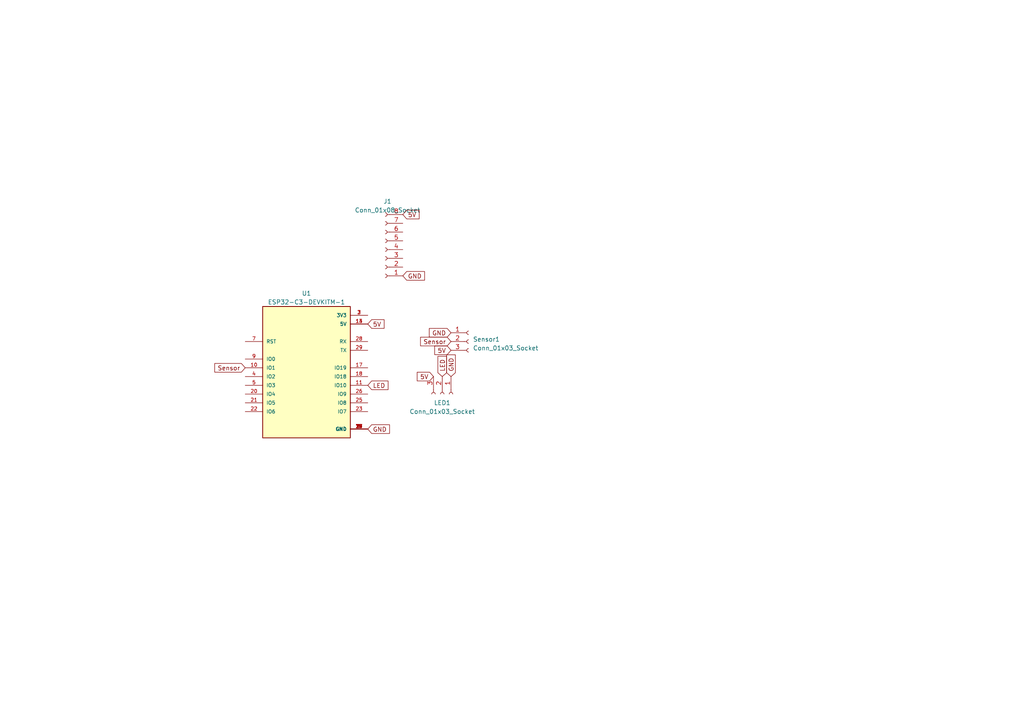
<source format=kicad_sch>
(kicad_sch (version 20230121) (generator eeschema)
  (paper "A4")
  (lib_symbols
    (symbol "Connector:Conn_01x03_Socket" (pin_names (offset 1.016) hide)
      (property "Reference" "J" (at 0 5.08 0))
      (property "Value" "Conn_01x03_Socket" (at 0 -5.08 0))
      (symbol "Conn_01x03_Socket_1_1"
        (arc (start 0 -2.032) (mid -0.5058 -2.54) (end 0 -3.048) (stroke (width 0.1524)))
        (polyline (pts (xy -1.27 -2.54) (xy -0.508 -2.54)) (stroke (width 0.1524)))
        (polyline (pts (xy -1.27 0) (xy -0.508 0)) (stroke (width 0.1524)))
        (polyline (pts (xy -1.27 2.54) (xy -0.508 2.54)) (stroke (width 0.1524)))
        (arc (start 0 0.508) (mid -0.5058 0) (end 0 -0.508) (stroke (width 0.1524)))
        (arc (start 0 3.048) (mid -0.5058 2.54) (end 0 2.032) (stroke (width 0.1524)))
        (pin passive line (at -5.08 2.54 0) (length 3.81) (name "Pin_1") (number "1"))
        (pin passive line (at -5.08 0 0) (length 3.81) (name "Pin_2") (number "2"))
        (pin passive line (at -5.08 -2.54 0) (length 3.81) (name "Pin_3") (number "3"))
      )
    )
    (symbol "Connector:Conn_01x08_Socket" (pin_names (offset 1.016) hide)
      (property "Reference" "J" (at 0 10.16 0))
      (property "Value" "Conn_01x08_Socket" (at 0 -12.7 0))
      (symbol "Conn_01x08_Socket_1_1"
        (arc (start 0 -9.652) (mid -0.5058 -10.16) (end 0 -10.668) (stroke (width 0.1524)))
        (arc (start 0 -7.112) (mid -0.5058 -7.62) (end 0 -8.128) (stroke (width 0.1524)))
        (arc (start 0 -4.572) (mid -0.5058 -5.08) (end 0 -5.588) (stroke (width 0.1524)))
        (arc (start 0 -2.032) (mid -0.5058 -2.54) (end 0 -3.048) (stroke (width 0.1524)))
        (polyline (pts (xy -1.27 -10.16) (xy -0.508 -10.16)) (stroke (width 0.1524)))
        (polyline (pts (xy -1.27 -7.62) (xy -0.508 -7.62)) (stroke (width 0.1524)))
        (polyline (pts (xy -1.27 -5.08) (xy -0.508 -5.08)) (stroke (width 0.1524)))
        (polyline (pts (xy -1.27 -2.54) (xy -0.508 -2.54)) (stroke (width 0.1524)))
        (polyline (pts (xy -1.27 0) (xy -0.508 0)) (stroke (width 0.1524)))
        (polyline (pts (xy -1.27 2.54) (xy -0.508 2.54)) (stroke (width 0.1524)))
        (polyline (pts (xy -1.27 5.08) (xy -0.508 5.08)) (stroke (width 0.1524)))
        (polyline (pts (xy -1.27 7.62) (xy -0.508 7.62)) (stroke (width 0.1524)))
        (arc (start 0 0.508) (mid -0.5058 0) (end 0 -0.508) (stroke (width 0.1524)))
        (arc (start 0 3.048) (mid -0.5058 2.54) (end 0 2.032) (stroke (width 0.1524)))
        (arc (start 0 5.588) (mid -0.5058 5.08) (end 0 4.572) (stroke (width 0.1524)))
        (arc (start 0 8.128) (mid -0.5058 7.62) (end 0 7.112) (stroke (width 0.1524)))
        (pin passive line (at -5.08 7.62 0) (length 3.81) (name "Pin_1") (number "1"))
        (pin passive line (at -5.08 5.08 0) (length 3.81) (name "Pin_2") (number "2"))
        (pin passive line (at -5.08 2.54 0) (length 3.81) (name "Pin_3") (number "3"))
        (pin passive line (at -5.08 0 0) (length 3.81) (name "Pin_4") (number "4"))
        (pin passive line (at -5.08 -2.54 0) (length 3.81) (name "Pin_5") (number "5"))
        (pin passive line (at -5.08 -5.08 0) (length 3.81) (name "Pin_6") (number "6"))
        (pin passive line (at -5.08 -7.62 0) (length 3.81) (name "Pin_7") (number "7"))
        (pin passive line (at -5.08 -10.16 0) (length 3.81) (name "Pin_8") (number "8"))
      )
    )
    (symbol "ESP32-C3-DEVKITM-1:ESP32-C3-DEVKITM-1" (pin_names (offset 1.016))
      (property "Reference" "U" (at -12.7 18.669 0))
      (property "Value" "ESP32-C3-DEVKITM-1" (at -12.7 -22.86 0))
      (symbol "ESP32-C3-DEVKITM-1_0_0"
        (rectangle (start -12.7 -20.32) (end 12.7 17.78) (stroke (width 0.254)) (fill (type background)))
        (pin power_in line (at 17.78 -17.78 180) (length 5.08) (name "GND") (number "1"))
        (pin bidirectional line (at -17.78 0 0) (length 5.08) (name "IO1") (number "10"))
        (pin bidirectional line (at 17.78 -5.08 180) (length 5.08) (name "IO10") (number "11"))
        (pin power_in line (at 17.78 -17.78 180) (length 5.08) (name "GND") (number "12"))
        (pin power_in line (at 17.78 12.7 180) (length 5.08) (name "5V") (number "13"))
        (pin power_in line (at 17.78 12.7 180) (length 5.08) (name "5V") (number "14"))
        (pin power_in line (at 17.78 -17.78 180) (length 5.08) (name "GND") (number "15"))
        (pin power_in line (at 17.78 -17.78 180) (length 5.08) (name "GND") (number "16"))
        (pin bidirectional line (at 17.78 0 180) (length 5.08) (name "IO19") (number "17"))
        (pin bidirectional line (at 17.78 -2.54 180) (length 5.08) (name "IO18") (number "18"))
        (pin power_in line (at 17.78 -17.78 180) (length 5.08) (name "GND") (number "19"))
        (pin power_in line (at 17.78 15.24 180) (length 5.08) (name "3V3") (number "2"))
        (pin bidirectional line (at -17.78 -7.62 0) (length 5.08) (name "IO4") (number "20"))
        (pin bidirectional line (at -17.78 -10.16 0) (length 5.08) (name "IO5") (number "21"))
        (pin bidirectional line (at -17.78 -12.7 0) (length 5.08) (name "IO6") (number "22"))
        (pin bidirectional line (at 17.78 -12.7 180) (length 5.08) (name "IO7") (number "23"))
        (pin power_in line (at 17.78 -17.78 180) (length 5.08) (name "GND") (number "24"))
        (pin bidirectional line (at 17.78 -10.16 180) (length 5.08) (name "IO8") (number "25"))
        (pin bidirectional line (at 17.78 -7.62 180) (length 5.08) (name "IO9") (number "26"))
        (pin power_in line (at 17.78 -17.78 180) (length 5.08) (name "GND") (number "27"))
        (pin bidirectional line (at 17.78 7.62 180) (length 5.08) (name "RX") (number "28"))
        (pin bidirectional line (at 17.78 5.08 180) (length 5.08) (name "TX") (number "29"))
        (pin power_in line (at 17.78 15.24 180) (length 5.08) (name "3V3") (number "3"))
        (pin power_in line (at 17.78 -17.78 180) (length 5.08) (name "GND") (number "30"))
        (pin bidirectional line (at -17.78 -2.54 0) (length 5.08) (name "IO2") (number "4"))
        (pin bidirectional line (at -17.78 -5.08 0) (length 5.08) (name "IO3") (number "5"))
        (pin power_in line (at 17.78 -17.78 180) (length 5.08) (name "GND") (number "6"))
        (pin input line (at -17.78 7.62 0) (length 5.08) (name "RST") (number "7"))
        (pin power_in line (at 17.78 -17.78 180) (length 5.08) (name "GND") (number "8"))
        (pin bidirectional line (at -17.78 2.54 0) (length 5.08) (name "IO0") (number "9"))
      )
    )
  )
  (global_label "LED" (shape input) (at 128.27 109.22 90) (property "Intersheetrefs" "${INTERSHEET_REFS}" (effects hide)))
  (global_label "5V" (shape input) (at 125.73 109.22 180) (property "Intersheetrefs" "${INTERSHEET_REFS}" (effects hide)))
  (global_label "GND" (shape input) (at 130.81 96.52 180) (property "Intersheetrefs" "${INTERSHEET_REFS}" (effects hide)))
  (global_label "LED" (shape input) (at 106.68 111.76 0) (property "Intersheetrefs" "${INTERSHEET_REFS}" (effects hide)))
  (global_label "GND" (shape input) (at 106.68 124.46 0) (property "Intersheetrefs" "${INTERSHEET_REFS}" (effects hide)))
  (global_label "GND" (shape input) (at 116.84 80.01 0) (property "Intersheetrefs" "${INTERSHEET_REFS}" (effects hide)))
  (global_label "GND" (shape input) (at 130.81 109.22 90) (property "Intersheetrefs" "${INTERSHEET_REFS}" (effects hide)))
  (global_label "5V" (shape input) (at 116.84 62.23 0) (property "Intersheetrefs" "${INTERSHEET_REFS}" (effects hide)))
  (global_label "5V" (shape input) (at 130.81 101.6 180) (property "Intersheetrefs" "${INTERSHEET_REFS}" (effects hide)))
  (global_label "5V" (shape input) (at 106.68 93.98 0) (property "Intersheetrefs" "${INTERSHEET_REFS}" (effects hide)))
  (global_label "Sensor" (shape input) (at 130.81 99.06 180) (property "Intersheetrefs" "${INTERSHEET_REFS}" (effects hide)))
  (global_label "Sensor" (shape input) (at 71.12 106.68 180) (property "Intersheetrefs" "${INTERSHEET_REFS}" (effects hide)))
  (symbol (lib_id "Connector:Conn_01x03_Socket") (at 128.27 114.3 270) (unit 1)
    (property "Reference" "LED1" (at 128.27 116.84 90))
    (property "Value" "Conn_01x03_Socket" (at 128.27 119.38 90))
    (property "Footprint" "Connector_PinSocket_2.54mm:PinSocket_1x03_P2.54mm_Vertical" (effects hide))
  )
  (symbol (lib_id "Connector:Conn_01x03_Socket") (at 135.89 99.06 0) (unit 1)
    (property "Reference" "Sensor1" (at 137.16 98.425 0) (effects (justify left)))
    (property "Value" "Conn_01x03_Socket" (at 137.16 100.965 0) (effects (justify left)))
    (property "Footprint" "Connector_PinSocket_2.54mm:PinSocket_1x03_P2.54mm_Vertical" (effects hide))
  )
  (symbol (lib_id "Connector:Conn_01x08_Socket") (at 111.76 72.39 180) (unit 1)
    (property "Reference" "J1" (at 112.395 58.42 0))
    (property "Value" "Conn_01x08_Socket" (at 112.395 60.96 0))
    (property "Footprint" "Connector_PinSocket_2.54mm:PinSocket_1x08_P2.54mm_Vertical" (effects hide))
  )
  (symbol (lib_id "ESP32-C3-DEVKITM-1:ESP32-C3-DEVKITM-1") (at 88.9 106.68 0) (unit 1)
    (property "Reference" "U1" (at 88.9 85.09 0))
    (property "Value" "ESP32-C3-DEVKITM-1" (at 88.9 87.63 0))
    (property "Footprint" "ESP32-C3-DEVKITM-1:XCVR_ESP32-C3-DEVKITM-1" (effects hide))
    (property "MF" "Espressif Systems" (effects hide))
    (property "Description" "\nWiFi Development Tools (802.11) (ENGINEERING SAMPLE ONLY) ESP32-C3 General-Purpose Dev Board, Embeds ESP32-C3-MINI-1, 4 MB Flash, w/ Pin Header\n" (effects hide))
    (property "Package" "None" (effects hide))
    (property "Price" "None" (effects hide))
    (property "Check_prices" "https://www.snapeda.com/parts/ESP32-C3-DEVKITM-1/Espressif+Systems/view-part/?ref=eda" (effects hide))
    (property "STANDARD" "Manufacturer Recommendations" (effects hide))
    (property "SnapEDA_Link" "https://www.snapeda.com/parts/ESP32-C3-DEVKITM-1/Espressif+Systems/view-part/?ref=snap" (effects hide))
    (property "MP" "ESP32-C3-DEVKITM-1" (effects hide))
    (property "Purchase-URL" "https://www.snapeda.com/api/url_track_click_mouser/?unipart_id=5722640&manufacturer=Espressif Systems&part_name=ESP32-C3-DEVKITM-1&search_term=None" (effects hide))
    (property "Availability" "In Stock" (effects hide))
    (property "MANUFACTURER" "Espressif" (effects hide))
  )
)
</source>
